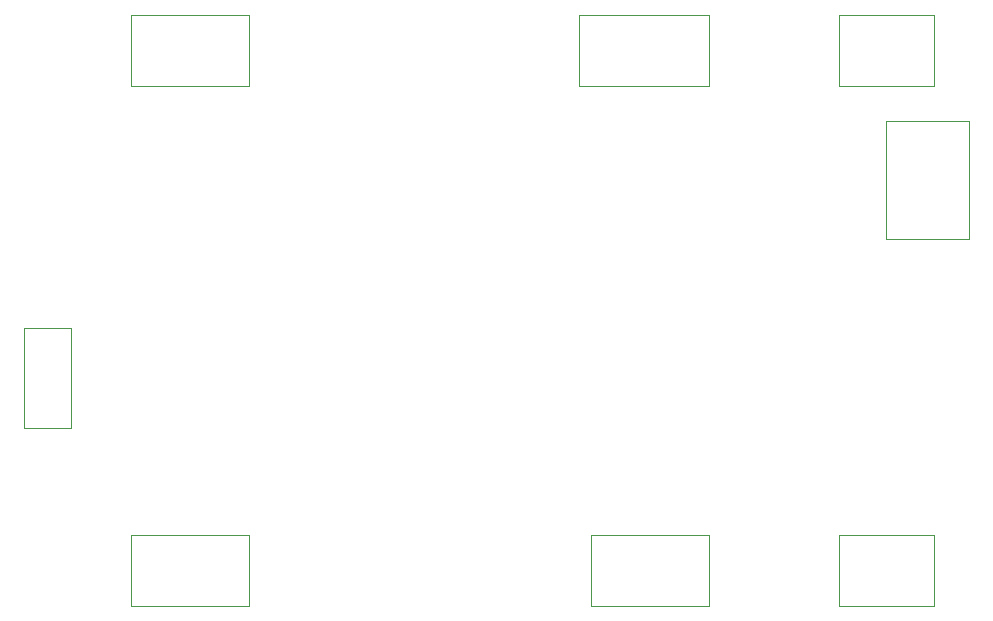
<source format=gbr>
%TF.GenerationSoftware,KiCad,Pcbnew,8.0.2*%
%TF.CreationDate,2024-07-11T13:13:48+02:00*%
%TF.ProjectId,HYDRA_VMM3_CARD,48594452-415f-4564-9d4d-335f43415244,rev?*%
%TF.SameCoordinates,Original*%
%TF.FileFunction,Other,User*%
%FSLAX46Y46*%
G04 Gerber Fmt 4.6, Leading zero omitted, Abs format (unit mm)*
G04 Created by KiCad (PCBNEW 8.0.2) date 2024-07-11 13:13:48*
%MOMM*%
%LPD*%
G01*
G04 APERTURE LIST*
%ADD10C,0.100000*%
G04 APERTURE END LIST*
D10*
X62450000Y-59080000D02*
X66450000Y-59080000D01*
X66450000Y-67580000D01*
X62450000Y-67580000D01*
X62450000Y-59080000D01*
X131450000Y-76580000D02*
X139450000Y-76580000D01*
X139450000Y-82580000D01*
X131450000Y-82580000D01*
X131450000Y-76580000D01*
X110450000Y-76580000D02*
X120450000Y-76580000D01*
X120450000Y-82580000D01*
X110450000Y-82580000D01*
X110450000Y-76580000D01*
X71450000Y-76580000D02*
X81450000Y-76580000D01*
X81450000Y-82580000D01*
X71450000Y-82580000D01*
X71450000Y-76580000D01*
X71450000Y-32580000D02*
X81450000Y-32580000D01*
X81450000Y-38580000D01*
X71450000Y-38580000D01*
X71450000Y-32580000D01*
X109450000Y-32580000D02*
X120450000Y-32580000D01*
X120450000Y-38580000D01*
X109450000Y-38580000D01*
X109450000Y-32580000D01*
X131450000Y-32580000D02*
X139450000Y-32580000D01*
X139450000Y-38580000D01*
X131450000Y-38580000D01*
X131450000Y-32580000D01*
X135450000Y-41580000D02*
X142450000Y-41580000D01*
X142450000Y-51580000D01*
X135450000Y-51580000D01*
X135450000Y-41580000D01*
M02*

</source>
